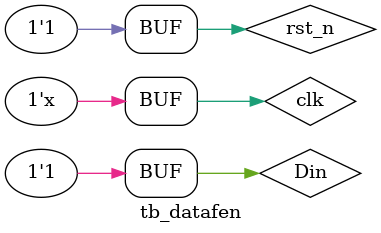
<source format=v>
module tb_datafen ();

reg Din, clk, rst_n;
wire F_en;

initial begin
    clk = 1'b0;
    rst_n = 1'b1;
    Din = 1'b1;
    #20 rst_n = 1'b0;
    #20 rst_n = 1'b1;
    #20 
    Din = 1'b0;
    #10
    Din = 1'b1;
    #40
    Din = 1'b0;
    #10
    Din = 1'b1;
end
    

always #5 clk = ~clk;

data_fen DUT (.Din(Din), .clk(clk), .rst_n(rst_n), .F_en(F_en));

endmodule
</source>
